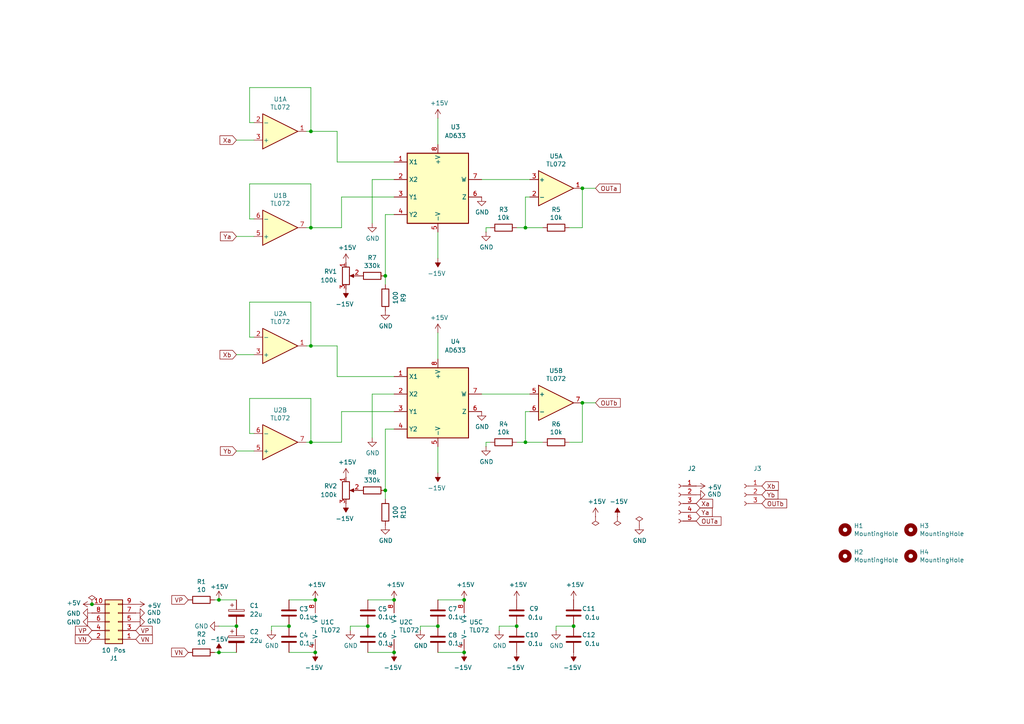
<source format=kicad_sch>
(kicad_sch (version 20231120) (generator "eeschema") (generator_version "8.0")
  (paper "A4")
  (title_block (title "produkt") (date "2021-07-28") (rev "R02") (comment 1 "schema for main pcb") (comment 2 "vca and ringmodulator") (comment 4 "License CC BY 4.0 - Attribution 4.0 International"))
  (lib_symbols
    (symbol "Amplifier_Operational:TL072" (pin_names (offset 0.127))
      (property "Reference" "U" (at 0 5.08 0))
      (property "Value" "TL072" (at 0 -5.08 0))
      (symbol "TL072_1_1"
        (polyline (pts (xy -5.08 5.08) (xy 5.08 0) (xy -5.08 -5.08) (xy -5.08 5.08)) (stroke (width 0.254)) (fill (type background)))
        (pin output line (at 7.62 0 180) (length 2.54) (name "~") (number "1"))
        (pin input line (at -7.62 -2.54 0) (length 2.54) (name "-") (number "2"))
        (pin input line (at -7.62 2.54 0) (length 2.54) (name "+") (number "3"))
      )
      (symbol "TL072_2_1"
        (polyline (pts (xy -5.08 5.08) (xy 5.08 0) (xy -5.08 -5.08) (xy -5.08 5.08)) (stroke (width 0.254)) (fill (type background)))
        (pin input line (at -7.62 2.54 0) (length 2.54) (name "+") (number "5"))
        (pin input line (at -7.62 -2.54 0) (length 2.54) (name "-") (number "6"))
        (pin output line (at 7.62 0 180) (length 2.54) (name "~") (number "7"))
      )
      (symbol "TL072_3_1"
        (pin power_in line (at -2.54 -7.62 90) (length 3.81) (name "V-") (number "4"))
        (pin power_in line (at -2.54 7.62 270) (length 3.81) (name "V+") (number "8"))
      )
    )
    (symbol "Connector:Conn_01x03_Socket" (pin_names (offset 1.016) hide)
      (property "Reference" "J" (at 0 5.08 0))
      (property "Value" "Conn_01x03_Socket" (at 0 -5.08 0))
      (symbol "Conn_01x03_Socket_1_1"
        (arc (start 0 -2.032) (mid -0.5058 -2.54) (end 0 -3.048) (stroke (width 0.1524)))
        (polyline (pts (xy -1.27 -2.54) (xy -0.508 -2.54)) (stroke (width 0.1524)))
        (polyline (pts (xy -1.27 0) (xy -0.508 0)) (stroke (width 0.1524)))
        (polyline (pts (xy -1.27 2.54) (xy -0.508 2.54)) (stroke (width 0.1524)))
        (arc (start 0 0.508) (mid -0.5058 0) (end 0 -0.508) (stroke (width 0.1524)))
        (arc (start 0 3.048) (mid -0.5058 2.54) (end 0 2.032) (stroke (width 0.1524)))
        (pin passive line (at -5.08 2.54 0) (length 3.81) (name "Pin_1") (number "1"))
        (pin passive line (at -5.08 0 0) (length 3.81) (name "Pin_2") (number "2"))
        (pin passive line (at -5.08 -2.54 0) (length 3.81) (name "Pin_3") (number "3"))
      )
    )
    (symbol "Connector:Conn_01x05_Socket" (pin_names (offset 1.016) hide)
      (property "Reference" "J" (at 0 7.62 0))
      (property "Value" "Conn_01x05_Socket" (at 0 -7.62 0))
      (symbol "Conn_01x05_Socket_1_1"
        (arc (start 0 -4.572) (mid -0.5058 -5.08) (end 0 -5.588) (stroke (width 0.1524)))
        (arc (start 0 -2.032) (mid -0.5058 -2.54) (end 0 -3.048) (stroke (width 0.1524)))
        (polyline (pts (xy -1.27 -5.08) (xy -0.508 -5.08)) (stroke (width 0.1524)))
        (polyline (pts (xy -1.27 -2.54) (xy -0.508 -2.54)) (stroke (width 0.1524)))
        (polyline (pts (xy -1.27 0) (xy -0.508 0)) (stroke (width 0.1524)))
        (polyline (pts (xy -1.27 2.54) (xy -0.508 2.54)) (stroke (width 0.1524)))
        (polyline (pts (xy -1.27 5.08) (xy -0.508 5.08)) (stroke (width 0.1524)))
        (arc (start 0 0.508) (mid -0.5058 0) (end 0 -0.508) (stroke (width 0.1524)))
        (arc (start 0 3.048) (mid -0.5058 2.54) (end 0 2.032) (stroke (width 0.1524)))
        (arc (start 0 5.588) (mid -0.5058 5.08) (end 0 4.572) (stroke (width 0.1524)))
        (pin passive line (at -5.08 5.08 0) (length 3.81) (name "Pin_1") (number "1"))
        (pin passive line (at -5.08 2.54 0) (length 3.81) (name "Pin_2") (number "2"))
        (pin passive line (at -5.08 0 0) (length 3.81) (name "Pin_3") (number "3"))
        (pin passive line (at -5.08 -2.54 0) (length 3.81) (name "Pin_4") (number "4"))
        (pin passive line (at -5.08 -5.08 0) (length 3.81) (name "Pin_5") (number "5"))
      )
    )
    (symbol "Connector_Generic:Conn_02x05_Odd_Even" (pin_names (offset 1.016) hide)
      (property "Reference" "J" (at 1.27 7.62 0))
      (property "Value" "Conn_02x05_Odd_Even" (at 1.27 -7.62 0))
      (symbol "Conn_02x05_Odd_Even_1_1"
        (rectangle (start -1.27 -4.953) (end 0 -5.207) (stroke (width 0.1524)))
        (rectangle (start -1.27 -2.413) (end 0 -2.667) (stroke (width 0.1524)))
        (rectangle (start -1.27 0.127) (end 0 -0.127) (stroke (width 0.1524)))
        (rectangle (start -1.27 2.667) (end 0 2.413) (stroke (width 0.1524)))
        (rectangle (start -1.27 5.207) (end 0 4.953) (stroke (width 0.1524)))
        (rectangle (start -1.27 6.35) (end 3.81 -6.35) (stroke (width 0.254)) (fill (type background)))
        (rectangle (start 3.81 -4.953) (end 2.54 -5.207) (stroke (width 0.1524)))
        (rectangle (start 3.81 -2.413) (end 2.54 -2.667) (stroke (width 0.1524)))
        (rectangle (start 3.81 0.127) (end 2.54 -0.127) (stroke (width 0.1524)))
        (rectangle (start 3.81 2.667) (end 2.54 2.413) (stroke (width 0.1524)))
        (rectangle (start 3.81 5.207) (end 2.54 4.953) (stroke (width 0.1524)))
        (pin passive line (at -5.08 5.08 0) (length 3.81) (name "Pin_1") (number "1"))
        (pin passive line (at 7.62 -5.08 180) (length 3.81) (name "Pin_10") (number "10"))
        (pin passive line (at 7.62 5.08 180) (length 3.81) (name "Pin_2") (number "2"))
        (pin passive line (at -5.08 2.54 0) (length 3.81) (name "Pin_3") (number "3"))
        (pin passive line (at 7.62 2.54 180) (length 3.81) (name "Pin_4") (number "4"))
        (pin passive line (at -5.08 0 0) (length 3.81) (name "Pin_5") (number "5"))
        (pin passive line (at 7.62 0 180) (length 3.81) (name "Pin_6") (number "6"))
        (pin passive line (at -5.08 -2.54 0) (length 3.81) (name "Pin_7") (number "7"))
        (pin passive line (at 7.62 -2.54 180) (length 3.81) (name "Pin_8") (number "8"))
        (pin passive line (at -5.08 -5.08 0) (length 3.81) (name "Pin_9") (number "9"))
      )
    )
    (symbol "Device:C" (pin_numbers hide) (pin_names (offset 0.254))
      (property "Reference" "C" (at 0.635 2.54 0))
      (property "Value" "C" (at 0.635 -2.54 0))
      (symbol "C_0_1"
        (polyline (pts (xy -2.032 -0.762) (xy 2.032 -0.762)) (stroke (width 0.508)))
        (polyline (pts (xy -2.032 0.762) (xy 2.032 0.762)) (stroke (width 0.508)))
      )
      (symbol "C_1_1"
        (pin passive line (at 0 3.81 270) (length 2.794) (name "~") (number "1"))
        (pin passive line (at 0 -3.81 90) (length 2.794) (name "~") (number "2"))
      )
    )
    (symbol "Device:C_Polarized" (pin_numbers hide) (pin_names (offset 0.254))
      (property "Reference" "C" (at 0.635 2.54 0))
      (property "Value" "C_Polarized" (at 0.635 -2.54 0))
      (symbol "C_Polarized_0_1"
        (rectangle (start -2.286 0.508) (end 2.286 1.016))
        (polyline (pts (xy -1.778 2.286) (xy -0.762 2.286)))
        (polyline (pts (xy -1.27 2.794) (xy -1.27 1.778)))
        (rectangle (start 2.286 -0.508) (end -2.286 -1.016) (fill (type outline)))
      )
      (symbol "C_Polarized_1_1"
        (pin passive line (at 0 3.81 270) (length 2.794) (name "~") (number "1"))
        (pin passive line (at 0 -3.81 90) (length 2.794) (name "~") (number "2"))
      )
    )
    (symbol "Device:R" (pin_numbers hide) (pin_names (offset 0))
      (property "Reference" "R" (at 2.032 0 90))
      (property "Value" "R" (at 0 0 90))
      (symbol "R_0_1"
        (rectangle (start -1.016 -2.54) (end 1.016 2.54) (stroke (width 0.254)))
      )
      (symbol "R_1_1"
        (pin passive line (at 0 3.81 270) (length 1.27) (name "~") (number "1"))
        (pin passive line (at 0 -3.81 90) (length 1.27) (name "~") (number "2"))
      )
    )
    (symbol "Device:R_Potentiometer" (pin_names (offset 1.016) hide)
      (property "Reference" "RV" (at -4.445 0 90))
      (property "Value" "R_Potentiometer" (at -2.54 0 90))
      (symbol "R_Potentiometer_0_1"
        (polyline (pts (xy 2.54 0) (xy 1.524 0)))
        (polyline (pts (xy 1.143 0) (xy 2.286 0.508) (xy 2.286 -0.508) (xy 1.143 0)) (fill (type outline)))
        (rectangle (start 1.016 2.54) (end -1.016 -2.54) (stroke (width 0.254)))
      )
      (symbol "R_Potentiometer_1_1"
        (pin passive line (at 0 3.81 270) (length 1.27) (name "1") (number "1"))
        (pin passive line (at 3.81 0 180) (length 1.27) (name "2") (number "2"))
        (pin passive line (at 0 -3.81 90) (length 1.27) (name "3") (number "3"))
      )
    )
    (symbol "Mechanical:MountingHole" (pin_names (offset 1.016)) (exclude_from_sim yes) (in_bom no)
      (property "Reference" "H" (at 0 5.08 0))
      (property "Value" "MountingHole" (at 0 3.175 0))
      (symbol "MountingHole_0_1"
        (circle (center 0 0) (radius 1.27) (stroke (width 1.27)))
      )
    )
    (symbol "elektrophon:AD633"
      (property "Reference" "U" (at -10.16 8.89 0))
      (property "Value" "AD633" (at 2.54 8.89 0))
      (symbol "AD633_0_0"
        (pin power_in line (at 0 -15.24 90) (length 2.54) (name "-V") (number "5"))
        (pin power_in line (at 0 10.16 270) (length 2.54) (name "+V") (number "8"))
      )
      (symbol "AD633_0_1"
        (rectangle (start -8.89 -12.7) (end 8.89 7.62) (stroke (width 0.254)) (fill (type background)))
        (rectangle (start -8.89 -12.7) (end 8.89 7.62) (stroke (width 0.254)) (fill (type background)))
      )
      (symbol "AD633_1_1"
        (pin input line (at -12.7 5.08 0) (length 3.81) (name "X1") (number "1"))
        (pin input line (at -12.7 0 0) (length 3.81) (name "X2") (number "2"))
        (pin input line (at -12.7 -5.08 0) (length 3.81) (name "Y1") (number "3"))
        (pin input line (at -12.7 -10.16 0) (length 3.81) (name "Y2") (number "4"))
        (pin input line (at 12.7 -5.08 180) (length 3.81) (name "Z") (number "6"))
        (pin output line (at 12.7 0 180) (length 3.81) (name "W") (number "7"))
      )
    )
    (symbol "power:+15V" (power) (pin_numbers hide) (pin_names (offset 0) hide)
      (property "Value" "+15V" (at 0 3.556 0))
      (symbol "+15V_0_1"
        (polyline (pts (xy -0.762 1.27) (xy 0 2.54)))
        (polyline (pts (xy 0 0) (xy 0 2.54)))
        (polyline (pts (xy 0 2.54) (xy 0.762 1.27)))
      )
      (symbol "+15V_1_1"
        (pin power_in line (at 0 0 90) (length 0) (name "~") (number "1"))
      )
    )
    (symbol "power:+5V" (power) (pin_numbers hide) (pin_names (offset 0) hide)
      (property "Value" "+5V" (at 0 3.556 0))
      (symbol "+5V_0_1"
        (polyline (pts (xy -0.762 1.27) (xy 0 2.54)))
        (polyline (pts (xy 0 0) (xy 0 2.54)))
        (polyline (pts (xy 0 2.54) (xy 0.762 1.27)))
      )
      (symbol "+5V_1_1"
        (pin power_in line (at 0 0 90) (length 0) (name "~") (number "1"))
      )
    )
    (symbol "power:-15V" (power) (pin_numbers hide) (pin_names (offset 0) hide)
      (property "Value" "-15V" (at 0 3.556 0))
      (symbol "-15V_0_0"
        (pin power_in line (at 0 0 90) (length 0) (name "~") (number "1"))
      )
      (symbol "-15V_0_1"
        (polyline (pts (xy 0 0) (xy 0 1.27) (xy 0.762 1.27) (xy 0 2.54) (xy -0.762 1.27) (xy 0 1.27)) (fill (type outline)))
      )
    )
    (symbol "power:GND" (power) (pin_numbers hide) (pin_names (offset 0) hide)
      (property "Value" "GND" (at 0 -3.81 0))
      (symbol "GND_0_1"
        (polyline (pts (xy 0 0) (xy 0 -1.27) (xy 1.27 -1.27) (xy 0 -2.54) (xy -1.27 -1.27) (xy 0 -1.27)))
      )
      (symbol "GND_1_1"
        (pin power_in line (at 0 0 270) (length 0) (name "~") (number "1"))
      )
    )
    (symbol "power:PWR_FLAG" (power) (pin_numbers hide) (pin_names (offset 0) hide)
      (property "Value" "PWR_FLAG" (at 0 3.81 0))
      (symbol "PWR_FLAG_0_0"
        (pin power_out line (at 0 0 90) (length 0) (name "~") (number "1"))
      )
      (symbol "PWR_FLAG_0_1"
        (polyline (pts (xy 0 0) (xy 0 1.27) (xy -1.016 1.905) (xy 0 2.54) (xy 1.016 1.905) (xy 0 1.27)))
      )
    )
  )
  (junction (at 111.76 80.01))
  (junction (at 26.67 175.26))
  (junction (at 91.44 189.23))
  (junction (at 168.91 54.61))
  (junction (at 106.68 181.61))
  (junction (at 68.58 181.61))
  (junction (at 90.17 100.33))
  (junction (at 90.17 66.04))
  (junction (at 152.4 66.04))
  (junction (at 114.3 173.99))
  (junction (at 168.91 116.84))
  (junction (at 134.62 173.99))
  (junction (at 152.4 128.27))
  (junction (at 83.82 181.61))
  (junction (at 90.17 38.1))
  (junction (at 166.37 181.61))
  (junction (at 134.62 189.23))
  (junction (at 149.86 181.61))
  (junction (at 114.3 189.23))
  (junction (at 91.44 173.99))
  (junction (at 63.5 189.23))
  (junction (at 63.5 173.99))
  (junction (at 127 181.61))
  (junction (at 90.17 128.27))
  (junction (at 111.76 142.24))
  (wire (pts (xy 111.76 82.55) (xy 111.76 80.01)))
  (wire (pts (xy 62.23 173.99) (xy 63.5 173.99)))
  (wire (pts (xy 78.74 182.88) (xy 78.74 181.61)))
  (wire (pts (xy 73.66 97.79) (xy 72.39 97.79)))
  (wire (pts (xy 139.7 52.07) (xy 153.67 52.07)))
  (wire (pts (xy 134.62 189.23) (xy 127 189.23)))
  (wire (pts (xy 114.3 109.22) (xy 97.79 109.22)))
  (wire (pts (xy 121.92 182.88) (xy 121.92 181.61)))
  (wire (pts (xy 127 137.16) (xy 127 129.54)))
  (wire (pts (xy 127 173.99) (xy 134.62 173.99)))
  (wire (pts (xy 73.66 125.73) (xy 72.39 125.73)))
  (wire (pts (xy 152.4 128.27) (xy 152.4 119.38)))
  (wire (pts (xy 139.7 114.3) (xy 153.67 114.3)))
  (wire (pts (xy 63.5 173.99) (xy 68.58 173.99)))
  (wire (pts (xy 111.76 62.23) (xy 114.3 62.23)))
  (wire (pts (xy 72.39 115.57) (xy 90.17 115.57)))
  (wire (pts (xy 168.91 128.27) (xy 168.91 116.84)))
  (wire (pts (xy 99.06 119.38) (xy 114.3 119.38)))
  (wire (pts (xy 165.1 128.27) (xy 168.91 128.27)))
  (wire (pts (xy 83.82 173.99) (xy 91.44 173.99)))
  (wire (pts (xy 88.9 66.04) (xy 90.17 66.04)))
  (wire (pts (xy 97.79 109.22) (xy 97.79 100.33)))
  (wire (pts (xy 68.58 130.81) (xy 73.66 130.81)))
  (wire (pts (xy 127 34.29) (xy 127 41.91)))
  (wire (pts (xy 152.4 66.04) (xy 152.4 57.15)))
  (wire (pts (xy 107.95 114.3) (xy 114.3 114.3)))
  (wire (pts (xy 107.95 114.3) (xy 107.95 127)))
  (wire (pts (xy 88.9 100.33) (xy 90.17 100.33)))
  (wire (pts (xy 88.9 128.27) (xy 90.17 128.27)))
  (wire (pts (xy 153.67 119.38) (xy 152.4 119.38)))
  (wire (pts (xy 90.17 128.27) (xy 99.06 128.27)))
  (wire (pts (xy 72.39 35.56) (xy 72.39 25.4)))
  (wire (pts (xy 149.86 66.04) (xy 152.4 66.04)))
  (wire (pts (xy 90.17 25.4) (xy 90.17 38.1)))
  (wire (pts (xy 90.17 38.1) (xy 97.79 38.1)))
  (wire (pts (xy 101.6 182.88) (xy 101.6 181.61)))
  (wire (pts (xy 111.76 80.01) (xy 111.76 62.23)))
  (wire (pts (xy 157.48 66.04) (xy 152.4 66.04)))
  (wire (pts (xy 149.86 128.27) (xy 152.4 128.27)))
  (wire (pts (xy 107.95 52.07) (xy 107.95 64.77)))
  (wire (pts (xy 140.97 67.31) (xy 140.97 66.04)))
  (wire (pts (xy 114.3 46.99) (xy 97.79 46.99)))
  (wire (pts (xy 106.68 173.99) (xy 114.3 173.99)))
  (wire (pts (xy 90.17 115.57) (xy 90.17 128.27)))
  (wire (pts (xy 72.39 25.4) (xy 90.17 25.4)))
  (wire (pts (xy 168.91 116.84) (xy 172.72 116.84)))
  (wire (pts (xy 90.17 100.33) (xy 97.79 100.33)))
  (wire (pts (xy 78.74 181.61) (xy 83.82 181.61)))
  (wire (pts (xy 140.97 129.54) (xy 140.97 128.27)))
  (wire (pts (xy 111.76 124.46) (xy 114.3 124.46)))
  (wire (pts (xy 168.91 54.61) (xy 172.72 54.61)))
  (wire (pts (xy 99.06 57.15) (xy 114.3 57.15)))
  (wire (pts (xy 161.29 181.61) (xy 166.37 181.61)))
  (wire (pts (xy 90.17 53.34) (xy 90.17 66.04)))
  (wire (pts (xy 107.95 52.07) (xy 114.3 52.07)))
  (wire (pts (xy 68.58 181.61) (xy 63.5 181.61)))
  (wire (pts (xy 62.23 189.23) (xy 63.5 189.23)))
  (wire (pts (xy 140.97 66.04) (xy 142.24 66.04)))
  (wire (pts (xy 72.39 125.73) (xy 72.39 115.57)))
  (wire (pts (xy 73.66 63.5) (xy 72.39 63.5)))
  (wire (pts (xy 68.58 40.64) (xy 73.66 40.64)))
  (wire (pts (xy 101.6 181.61) (xy 106.68 181.61)))
  (wire (pts (xy 97.79 46.99) (xy 97.79 38.1)))
  (wire (pts (xy 73.66 35.56) (xy 72.39 35.56)))
  (wire (pts (xy 68.58 102.87) (xy 73.66 102.87)))
  (wire (pts (xy 127 96.52) (xy 127 104.14)))
  (wire (pts (xy 91.44 189.23) (xy 83.82 189.23)))
  (wire (pts (xy 68.58 68.58) (xy 73.66 68.58)))
  (wire (pts (xy 144.78 181.61) (xy 149.86 181.61)))
  (wire (pts (xy 90.17 66.04) (xy 99.06 66.04)))
  (wire (pts (xy 157.48 128.27) (xy 152.4 128.27)))
  (wire (pts (xy 99.06 66.04) (xy 99.06 57.15)))
  (wire (pts (xy 111.76 144.78) (xy 111.76 142.24)))
  (wire (pts (xy 72.39 97.79) (xy 72.39 87.63)))
  (wire (pts (xy 127 74.93) (xy 127 67.31)))
  (wire (pts (xy 114.3 189.23) (xy 106.68 189.23)))
  (wire (pts (xy 72.39 87.63) (xy 90.17 87.63)))
  (wire (pts (xy 63.5 189.23) (xy 68.58 189.23)))
  (wire (pts (xy 90.17 87.63) (xy 90.17 100.33)))
  (wire (pts (xy 99.06 128.27) (xy 99.06 119.38)))
  (wire (pts (xy 121.92 181.61) (xy 127 181.61)))
  (wire (pts (xy 72.39 53.34) (xy 90.17 53.34)))
  (wire (pts (xy 88.9 38.1) (xy 90.17 38.1)))
  (wire (pts (xy 153.67 57.15) (xy 152.4 57.15)))
  (wire (pts (xy 111.76 142.24) (xy 111.76 124.46)))
  (wire (pts (xy 168.91 66.04) (xy 168.91 54.61)))
  (wire (pts (xy 161.29 182.88) (xy 161.29 181.61)))
  (wire (pts (xy 144.78 182.88) (xy 144.78 181.61)))
  (wire (pts (xy 72.39 63.5) (xy 72.39 53.34)))
  (wire (pts (xy 165.1 66.04) (xy 168.91 66.04)))
  (wire (pts (xy 140.97 128.27) (xy 142.24 128.27)))
  (global_label "Xa" (shape input) (at 68.58 40.64 180) (property "Intersheetrefs" "${INTERSHEET_REFS}" (effects (hide yes))))
  (global_label "Ya" (shape input) (at 201.93 148.59 0) (property "Intersheetrefs" "${INTERSHEET_REFS}" (effects (hide yes))))
  (global_label "Xb" (shape input) (at 220.98 140.97 0) (property "Intersheetrefs" "${INTERSHEET_REFS}" (effects (hide yes))))
  (global_label "Yb" (shape input) (at 68.58 130.81 180) (property "Intersheetrefs" "${INTERSHEET_REFS}" (effects (hide yes))))
  (global_label "VP" (shape input) (at 39.37 182.88 0) (property "Intersheetrefs" "${INTERSHEET_REFS}" (effects (hide yes))))
  (global_label "Yb" (shape input) (at 220.98 143.51 0) (property "Intersheetrefs" "${INTERSHEET_REFS}" (effects (hide yes))))
  (global_label "Xb" (shape input) (at 68.58 102.87 180) (property "Intersheetrefs" "${INTERSHEET_REFS}" (effects (hide yes))))
  (global_label "VN" (shape input) (at 39.37 185.42 0) (property "Intersheetrefs" "${INTERSHEET_REFS}" (effects (hide yes))))
  (global_label "OUTb" (shape input) (at 172.72 116.84 0) (property "Intersheetrefs" "${INTERSHEET_REFS}" (effects (hide yes))))
  (global_label "VN" (shape input) (at 54.61 189.23 180) (property "Intersheetrefs" "${INTERSHEET_REFS}" (effects (hide yes))))
  (global_label "OUTb" (shape input) (at 220.98 146.05 0) (property "Intersheetrefs" "${INTERSHEET_REFS}" (effects (hide yes))))
  (global_label "VN" (shape input) (at 26.67 185.42 180) (property "Intersheetrefs" "${INTERSHEET_REFS}" (effects (hide yes))))
  (global_label "VP" (shape input) (at 54.61 173.99 180) (property "Intersheetrefs" "${INTERSHEET_REFS}" (effects (hide yes))))
  (global_label "OUTa" (shape input) (at 172.72 54.61 0) (property "Intersheetrefs" "${INTERSHEET_REFS}" (effects (hide yes))))
  (global_label "VP" (shape input) (at 26.67 182.88 180) (property "Intersheetrefs" "${INTERSHEET_REFS}" (effects (hide yes))))
  (global_label "Ya" (shape input) (at 68.58 68.58 180) (property "Intersheetrefs" "${INTERSHEET_REFS}" (effects (hide yes))))
  (global_label "OUTa" (shape input) (at 201.93 151.13 0) (property "Intersheetrefs" "${INTERSHEET_REFS}" (effects (hide yes))))
  (global_label "Xa" (shape input) (at 201.93 146.05 0) (property "Intersheetrefs" "${INTERSHEET_REFS}" (effects (hide yes))))
  (symbol (lib_id "power:+15V") (at 91.44 173.99 0) (unit 1)
    (property "Reference" "#PWR011" (effects (hide yes)))
    (property "Value" "+15V" (at 91.821 169.5958 0))
    (property "Description" "Power symbol creates a global label with name \"+15V\"" (effects (hide yes)))
  )
  (symbol (lib_id "power:-15V") (at 91.44 189.23 180) (unit 1)
    (property "Reference" "#PWR012" (effects (hide yes)))
    (property "Value" "-15V" (at 91.059 193.6242 0))
    (property "Description" "Power symbol creates a global label with name \"-15V\"" (effects (hide yes)))
  )
  (symbol (lib_id "power:+15V") (at 114.3 173.99 0) (unit 1)
    (property "Reference" "#PWR016" (effects (hide yes)))
    (property "Value" "+15V" (at 114.681 169.5958 0))
    (property "Description" "Power symbol creates a global label with name \"+15V\"" (effects (hide yes)))
  )
  (symbol (lib_id "power:-15V") (at 114.3 189.23 180) (unit 1)
    (property "Reference" "#PWR017" (effects (hide yes)))
    (property "Value" "-15V" (at 113.919 193.6242 0))
    (property "Description" "Power symbol creates a global label with name \"-15V\"" (effects (hide yes)))
  )
  (symbol (lib_id "Device:C") (at 83.82 177.8 0) (unit 1) (exclude_from_sim yes)
    (property "Reference" "C3" (at 86.741 176.6316 0) (effects (justify left)))
    (property "Value" "0.1u" (at 86.741 178.943 0) (effects (justify left)))
    (property "Footprint" "Capacitor_THT:C_Disc_D3.8mm_W2.6mm_P2.50mm" (effects (hide yes)))
    (property "Description" "Unpolarized capacitor" (effects (hide yes)))
    (property "Sim.Device" "SPICE" (effects (hide yes)))
    (property "Sim.Params" "type=\"C\" model=\"0.1u\" lib=\"\"" (effects (hide yes)))
    (property "Sim.Pins" "1=1 2=2" (effects (hide yes)))
  )
  (symbol (lib_id "Device:C") (at 83.82 185.42 0) (unit 1) (exclude_from_sim yes)
    (property "Reference" "C4" (at 86.741 184.2516 0) (effects (justify left)))
    (property "Value" "0.1u" (at 86.741 186.563 0) (effects (justify left)))
    (property "Footprint" "Capacitor_THT:C_Disc_D3.8mm_W2.6mm_P2.50mm" (effects (hide yes)))
    (property "Description" "Unpolarized capacitor" (effects (hide yes)))
    (property "Sim.Device" "SPICE" (effects (hide yes)))
    (property "Sim.Params" "type=\"C\" model=\"0.1u\" lib=\"\"" (effects (hide yes)))
    (property "Sim.Pins" "1=1 2=2" (effects (hide yes)))
  )
  (symbol (lib_id "power:GND") (at 78.74 182.88 0) (unit 1)
    (property "Reference" "#PWR010" (effects (hide yes)))
    (property "Value" "GND" (at 78.867 187.2742 0))
    (property "Description" "Power symbol creates a global label with name \"GND\" , ground" (effects (hide yes)))
  )
  (symbol (lib_id "Device:C") (at 106.68 177.8 0) (unit 1) (exclude_from_sim yes)
    (property "Reference" "C5" (at 109.601 176.6316 0) (effects (justify left)))
    (property "Value" "0.1u" (at 109.601 178.943 0) (effects (justify left)))
    (property "Footprint" "Capacitor_THT:C_Disc_D3.8mm_W2.6mm_P2.50mm" (effects (hide yes)))
    (property "Description" "Unpolarized capacitor" (effects (hide yes)))
    (property "Sim.Device" "SPICE" (effects (hide yes)))
    (property "Sim.Params" "type=\"C\" model=\"0.1u\" lib=\"\"" (effects (hide yes)))
    (property "Sim.Pins" "1=1 2=2" (effects (hide yes)))
  )
  (symbol (lib_id "Device:C") (at 106.68 185.42 0) (unit 1) (exclude_from_sim yes)
    (property "Reference" "C6" (at 109.601 184.2516 0) (effects (justify left)))
    (property "Value" "0.1u" (at 109.601 186.563 0) (effects (justify left)))
    (property "Footprint" "Capacitor_THT:C_Disc_D3.8mm_W2.6mm_P2.50mm" (effects (hide yes)))
    (property "Description" "Unpolarized capacitor" (effects (hide yes)))
    (property "Sim.Device" "SPICE" (effects (hide yes)))
    (property "Sim.Params" "type=\"C\" model=\"0.1u\" lib=\"\"" (effects (hide yes)))
    (property "Sim.Pins" "1=1 2=2" (effects (hide yes)))
  )
  (symbol (lib_id "power:GND") (at 101.6 182.88 0) (unit 1)
    (property "Reference" "#PWR013" (effects (hide yes)))
    (property "Value" "GND" (at 101.727 187.2742 0))
    (property "Description" "Power symbol creates a global label with name \"GND\" , ground" (effects (hide yes)))
  )
  (symbol (lib_id "elektrophon:AD633") (at 127 52.07 0) (unit 1)
    (property "Reference" "U3" (at 132.08 36.83 0))
    (property "Value" "AD633" (at 132.08 39.37 0))
    (property "Footprint" "Package_DIP:DIP-8_W7.62mm" (effects (hide yes)))
    (property "Datasheet" "https://www.analog.com/media/en/technical-documentation/data-sheets/AD633.pdf" (effects (hide yes)))
    (property "Description" "Low Cost Analog Multiplier,  PDIP-8" (effects (hide yes)))
    (property "Sim.Device" "SPICE" (effects (hide yes)))
    (property "Sim.Params" "type=\"X\" model=\"AD633\" lib=\"\"" (effects (hide yes)))
    (property "Sim.Pins" "1=1 2=2 3=3 4=4 5=5 6=6 7=7 8=8" (effects (hide yes)))
  )
  (symbol (lib_id "power:GND") (at 107.95 64.77 0) (unit 1)
    (property "Reference" "#PWR014" (effects (hide yes)))
    (property "Value" "GND" (at 108.077 69.1642 0))
    (property "Description" "Power symbol creates a global label with name \"GND\" , ground" (effects (hide yes)))
  )
  (symbol (lib_id "Device:R") (at 161.29 66.04 270) (unit 1)
    (property "Reference" "R5" (at 161.29 60.7822 90))
    (property "Value" "10k" (at 161.29 63.0936 90))
    (property "Footprint" "Resistor_THT:R_Axial_DIN0204_L3.6mm_D1.6mm_P5.08mm_Horizontal" (effects (hide yes)))
    (property "Description" "Resistor" (effects (hide yes)))
  )
  (symbol (lib_id "Device:R") (at 146.05 66.04 270) (unit 1)
    (property "Reference" "R3" (at 146.05 60.7822 90))
    (property "Value" "10k" (at 146.05 63.0936 90))
    (property "Footprint" "Resistor_THT:R_Axial_DIN0204_L3.6mm_D1.6mm_P5.08mm_Horizontal" (effects (hide yes)))
    (property "Description" "Resistor" (effects (hide yes)))
  )
  (symbol (lib_id "power:GND") (at 140.97 67.31 0) (unit 1)
    (property "Reference" "#PWR025" (effects (hide yes)))
    (property "Value" "GND" (at 141.097 71.7042 0))
    (property "Description" "Power symbol creates a global label with name \"GND\" , ground" (effects (hide yes)))
  )
  (symbol (lib_id "Device:C") (at 149.86 177.8 0) (unit 1) (exclude_from_sim yes)
    (property "Reference" "C9" (at 156.21 176.53 0) (effects (justify right)))
    (property "Value" "0.1u" (at 157.48 179.07 0) (effects (justify right)))
    (property "Footprint" "Capacitor_THT:C_Disc_D3.8mm_W2.6mm_P2.50mm" (effects (hide yes)))
    (property "Description" "Unpolarized capacitor" (effects (hide yes)))
    (property "Sim.Device" "SPICE" (effects (hide yes)))
    (property "Sim.Params" "type=\"C\" model=\"0.1u\" lib=\"\"" (effects (hide yes)))
    (property "Sim.Pins" "1=1 2=2" (effects (hide yes)))
  )
  (symbol (lib_id "Device:C") (at 149.86 185.42 0) (unit 1) (exclude_from_sim yes)
    (property "Reference" "C10" (at 156.21 184.15 0) (effects (justify right)))
    (property "Value" "0.1u" (at 157.48 186.69 0) (effects (justify right)))
    (property "Footprint" "Capacitor_THT:C_Disc_D3.8mm_W2.6mm_P2.50mm" (effects (hide yes)))
    (property "Description" "Unpolarized capacitor" (effects (hide yes)))
    (property "Sim.Device" "SPICE" (effects (hide yes)))
    (property "Sim.Params" "type=\"C\" model=\"0.1u\" lib=\"\"" (effects (hide yes)))
    (property "Sim.Pins" "1=1 2=2" (effects (hide yes)))
  )
  (symbol (lib_id "power:+15V") (at 127 34.29 0) (unit 1)
    (property "Reference" "#PWR019" (effects (hide yes)))
    (property "Value" "+15V" (at 127.381 29.8958 0))
    (property "Description" "Power symbol creates a global label with name \"+15V\"" (effects (hide yes)))
  )
  (symbol (lib_id "power:-15V") (at 127 74.93 180) (unit 1)
    (property "Reference" "#PWR020" (effects (hide yes)))
    (property "Value" "-15V" (at 126.619 79.3242 0))
    (property "Description" "Power symbol creates a global label with name \"-15V\"" (effects (hide yes)))
  )
  (symbol (lib_id "power:-15V") (at 63.5 189.23 0) (unit 1)
    (property "Reference" "#PWR09" (effects (hide yes)))
    (property "Value" "-15V" (at 60.96 185.42 0) (effects (justify left)))
    (property "Description" "Power symbol creates a global label with name \"-15V\"" (effects (hide yes)))
  )
  (symbol (lib_id "power:+5V") (at 39.37 175.26 270) (unit 1)
    (property "Reference" "#PWR04" (effects (hide yes)))
    (property "Value" "+5V" (at 42.6212 175.641 90) (effects (justify left)))
    (property "Description" "Power symbol creates a global label with name \"+5V\"" (effects (hide yes)))
  )
  (symbol (lib_id "power:GND") (at 144.78 182.88 0) (unit 1)
    (property "Reference" "#PWR027" (effects (hide yes)))
    (property "Value" "GND" (at 144.907 187.2742 0))
    (property "Description" "Power symbol creates a global label with name \"GND\" , ground" (effects (hide yes)))
  )
  (symbol (lib_id "power:-15V") (at 149.86 189.23 180) (unit 1)
    (property "Reference" "#PWR029" (effects (hide yes)))
    (property "Value" "-15V" (at 149.479 193.6242 0))
    (property "Description" "Power symbol creates a global label with name \"-15V\"" (effects (hide yes)))
  )
  (symbol (lib_id "power:+15V") (at 149.86 173.99 0) (unit 1)
    (property "Reference" "#PWR028" (effects (hide yes)))
    (property "Value" "+15V" (at 150.241 169.5958 0))
    (property "Description" "Power symbol creates a global label with name \"+15V\"" (effects (hide yes)))
  )
  (symbol (lib_id "Mechanical:MountingHole") (at 245.11 161.29 0) (unit 1)
    (property "Reference" "H2" (at 247.65 160.1216 0) (effects (justify left)))
    (property "Value" "MountingHole" (at 247.65 162.433 0) (effects (justify left)))
    (property "Footprint" "MountingHole:MountingHole_2.2mm_M2" (effects (hide yes)))
    (property "Description" "Mounting Hole without connection" (effects (hide yes)))
  )
  (symbol (lib_id "power:GND") (at 26.67 180.34 270) (unit 1)
    (property "Reference" "#PWR03" (effects (hide yes)))
    (property "Value" "GND" (at 23.4188 180.467 90) (effects (justify right)))
    (property "Description" "Power symbol creates a global label with name \"GND\" , ground" (effects (hide yes)))
  )
  (symbol (lib_id "power:+15V") (at 172.72 149.86 0) (unit 1)
    (property "Reference" "#PWR033" (effects (hide yes)))
    (property "Value" "+15V" (at 173.101 145.4658 0))
    (property "Description" "Power symbol creates a global label with name \"+15V\"" (effects (hide yes)))
  )
  (symbol (lib_id "power:GND") (at 185.42 152.4 0) (unit 1)
    (property "Reference" "#PWR035" (effects (hide yes)))
    (property "Value" "GND" (at 185.547 156.7942 0))
    (property "Description" "Power symbol creates a global label with name \"GND\" , ground" (effects (hide yes)))
  )
  (symbol (lib_id "Device:R") (at 58.42 173.99 270) (unit 1) (exclude_from_sim yes)
    (property "Reference" "R1" (at 58.42 168.7322 90))
    (property "Value" "10" (at 58.42 171.0436 90))
    (property "Footprint" "Resistor_THT:R_Axial_DIN0204_L3.6mm_D1.6mm_P5.08mm_Horizontal" (effects (hide yes)))
    (property "Description" "Resistor" (effects (hide yes)))
    (property "Sim.Device" "SPICE" (effects (hide yes)))
    (property "Sim.Params" "type=\"R\" model=\"10\" lib=\"\"" (effects (hide yes)))
    (property "Sim.Pins" "1=1 2=2" (effects (hide yes)))
  )
  (symbol (lib_id "power:PWR_FLAG") (at 26.67 175.26 0) (unit 1)
    (property "Reference" "#FLG01" (effects (hide yes)))
    (property "Value" "PWR_FLAG" (effects (hide yes)))
    (property "Description" "Special symbol for telling ERC where power comes from" (effects (hide yes)))
  )
  (symbol (lib_id "power:GND") (at 63.5 181.61 270) (unit 1)
    (property "Reference" "#PWR08" (effects (hide yes)))
    (property "Value" "GND" (at 58.42 181.61 90))
    (property "Description" "Power symbol creates a global label with name \"GND\" , ground" (effects (hide yes)))
  )
  (symbol (lib_id "power:GND") (at 26.67 177.8 270) (unit 1)
    (property "Reference" "#PWR02" (effects (hide yes)))
    (property "Value" "GND" (at 23.4188 177.927 90) (effects (justify right)))
    (property "Description" "Power symbol creates a global label with name \"GND\" , ground" (effects (hide yes)))
  )
  (symbol (lib_id "power:-15V") (at 179.07 149.86 0) (unit 1)
    (property "Reference" "#PWR034" (effects (hide yes)))
    (property "Value" "-15V" (at 179.451 145.4658 0))
    (property "Description" "Power symbol creates a global label with name \"-15V\"" (effects (hide yes)))
  )
  (symbol (lib_id "power:GND") (at 39.37 180.34 90) (unit 1)
    (property "Reference" "#PWR06" (effects (hide yes)))
    (property "Value" "GND" (at 42.6212 180.213 90) (effects (justify right)))
    (property "Description" "Power symbol creates a global label with name \"GND\" , ground" (effects (hide yes)))
  )
  (symbol (lib_id "Device:R") (at 58.42 189.23 270) (unit 1) (exclude_from_sim yes)
    (property "Reference" "R2" (at 58.42 183.9722 90))
    (property "Value" "10" (at 58.42 186.2836 90))
    (property "Footprint" "Resistor_THT:R_Axial_DIN0204_L3.6mm_D1.6mm_P5.08mm_Horizontal" (effects (hide yes)))
    (property "Description" "Resistor" (effects (hide yes)))
    (property "Sim.Device" "SPICE" (effects (hide yes)))
    (property "Sim.Params" "type=\"R\" model=\"10\" lib=\"\"" (effects (hide yes)))
    (property "Sim.Pins" "1=1 2=2" (effects (hide yes)))
  )
  (symbol (lib_id "power:GND") (at 39.37 177.8 90) (unit 1)
    (property "Reference" "#PWR05" (effects (hide yes)))
    (property "Value" "GND" (at 42.6212 177.673 90) (effects (justify right)))
    (property "Description" "Power symbol creates a global label with name \"GND\" , ground" (effects (hide yes)))
  )
  (symbol (lib_id "Mechanical:MountingHole") (at 264.16 153.67 0) (unit 1)
    (property "Reference" "H3" (at 266.7 152.5016 0) (effects (justify left)))
    (property "Value" "MountingHole" (at 266.7 154.813 0) (effects (justify left)))
    (property "Footprint" "MountingHole:MountingHole_2.2mm_M2" (effects (hide yes)))
    (property "Description" "Mounting Hole without connection" (effects (hide yes)))
  )
  (symbol (lib_id "Mechanical:MountingHole") (at 264.16 161.29 0) (unit 1)
    (property "Reference" "H4" (at 266.7 160.1216 0) (effects (justify left)))
    (property "Value" "MountingHole" (at 266.7 162.433 0) (effects (justify left)))
    (property "Footprint" "MountingHole:MountingHole_2.2mm_M2" (effects (hide yes)))
    (property "Description" "Mounting Hole without connection" (effects (hide yes)))
  )
  (symbol (lib_id "elektrophon:AD633") (at 127 114.3 0) (unit 1)
    (property "Reference" "U4" (at 132.08 99.06 0))
    (property "Value" "AD633" (at 132.08 101.6 0))
    (property "Footprint" "Package_DIP:DIP-8_W7.62mm" (effects (hide yes)))
    (property "Datasheet" "https://www.analog.com/media/en/technical-documentation/data-sheets/AD633.pdf" (effects (hide yes)))
    (property "Description" "Low Cost Analog Multiplier,  PDIP-8" (effects (hide yes)))
    (property "Sim.Device" "SPICE" (effects (hide yes)))
    (property "Sim.Params" "type=\"X\" model=\"AD633\" lib=\"\"" (effects (hide yes)))
    (property "Sim.Pins" "1=1 2=2 3=3 4=4 5=5 6=6 7=7 8=8" (effects (hide yes)))
  )
  (symbol (lib_id "power:GND") (at 107.95 127 0) (unit 1)
    (property "Reference" "#PWR015" (effects (hide yes)))
    (property "Value" "GND" (at 108.077 131.3942 0))
    (property "Description" "Power symbol creates a global label with name \"GND\" , ground" (effects (hide yes)))
  )
  (symbol (lib_id "power:+15V") (at 127 96.52 0) (unit 1)
    (property "Reference" "#PWR021" (effects (hide yes)))
    (property "Value" "+15V" (at 127.381 92.1258 0))
    (property "Description" "Power symbol creates a global label with name \"+15V\"" (effects (hide yes)))
  )
  (symbol (lib_id "power:-15V") (at 127 137.16 180) (unit 1)
    (property "Reference" "#PWR022" (effects (hide yes)))
    (property "Value" "-15V" (at 126.619 141.5542 0))
    (property "Description" "Power symbol creates a global label with name \"-15V\"" (effects (hide yes)))
  )
  (symbol (lib_id "Device:R") (at 161.29 128.27 270) (unit 1)
    (property "Reference" "R6" (at 161.29 123.0122 90))
    (property "Value" "10k" (at 161.29 125.3236 90))
    (property "Footprint" "Resistor_THT:R_Axial_DIN0204_L3.6mm_D1.6mm_P5.08mm_Horizontal" (effects (hide yes)))
    (property "Description" "Resistor" (effects (hide yes)))
  )
  (symbol (lib_id "Device:R") (at 146.05 128.27 270) (unit 1)
    (property "Reference" "R4" (at 146.05 123.0122 90))
    (property "Value" "10k" (at 146.05 125.3236 90))
    (property "Footprint" "Resistor_THT:R_Axial_DIN0204_L3.6mm_D1.6mm_P5.08mm_Horizontal" (effects (hide yes)))
    (property "Description" "Resistor" (effects (hide yes)))
  )
  (symbol (lib_id "power:GND") (at 140.97 129.54 0) (unit 1)
    (property "Reference" "#PWR026" (effects (hide yes)))
    (property "Value" "GND" (at 141.097 133.9342 0))
    (property "Description" "Power symbol creates a global label with name \"GND\" , ground" (effects (hide yes)))
  )
  (symbol (lib_id "power:+15V") (at 166.37 173.99 0) (unit 1)
    (property "Reference" "#PWR031" (effects (hide yes)))
    (property "Value" "+15V" (at 166.751 169.5958 0))
    (property "Description" "Power symbol creates a global label with name \"+15V\"" (effects (hide yes)))
  )
  (symbol (lib_id "power:-15V") (at 166.37 189.23 180) (unit 1)
    (property "Reference" "#PWR032" (effects (hide yes)))
    (property "Value" "-15V" (at 165.989 193.6242 0))
    (property "Description" "Power symbol creates a global label with name \"-15V\"" (effects (hide yes)))
  )
  (symbol (lib_id "power:GND") (at 161.29 182.88 0) (unit 1)
    (property "Reference" "#PWR030" (effects (hide yes)))
    (property "Value" "GND" (at 161.417 187.2742 0))
    (property "Description" "Power symbol creates a global label with name \"GND\" , ground" (effects (hide yes)))
  )
  (symbol (lib_id "Device:C") (at 166.37 185.42 0) (unit 1) (exclude_from_sim yes)
    (property "Reference" "C12" (at 172.72 184.15 0) (effects (justify right)))
    (property "Value" "0.1u" (at 173.99 186.69 0) (effects (justify right)))
    (property "Footprint" "Capacitor_THT:C_Disc_D3.8mm_W2.6mm_P2.50mm" (effects (hide yes)))
    (property "Description" "Unpolarized capacitor" (effects (hide yes)))
    (property "Sim.Device" "SPICE" (effects (hide yes)))
    (property "Sim.Params" "type=\"C\" model=\"0.1u\" lib=\"\"" (effects (hide yes)))
    (property "Sim.Pins" "1=1 2=2" (effects (hide yes)))
  )
  (symbol (lib_id "Device:C") (at 166.37 177.8 0) (unit 1) (exclude_from_sim yes)
    (property "Reference" "C11" (at 172.72 176.53 0) (effects (justify right)))
    (property "Value" "0.1u" (at 173.99 179.07 0) (effects (justify right)))
    (property "Footprint" "Capacitor_THT:C_Disc_D3.8mm_W2.6mm_P2.50mm" (effects (hide yes)))
    (property "Description" "Unpolarized capacitor" (effects (hide yes)))
    (property "Sim.Device" "SPICE" (effects (hide yes)))
    (property "Sim.Params" "type=\"C\" model=\"0.1u\" lib=\"\"" (effects (hide yes)))
    (property "Sim.Pins" "1=1 2=2" (effects (hide yes)))
  )
  (symbol (lib_id "power:GND") (at 201.93 143.51 90) (unit 1)
    (property "Reference" "#PWR037" (effects (hide yes)))
    (property "Value" "GND" (at 205.1812 143.383 90) (effects (justify right)))
    (property "Description" "Power symbol creates a global label with name \"GND\" , ground" (effects (hide yes)))
  )
  (symbol (lib_id "power:GND") (at 121.92 182.88 0) (unit 1)
    (property "Reference" "#PWR018" (effects (hide yes)))
    (property "Value" "GND" (at 122.047 187.2742 0))
    (property "Description" "Power symbol creates a global label with name \"GND\" , ground" (effects (hide yes)))
  )
  (symbol (lib_id "Device:C") (at 127 185.42 0) (unit 1) (exclude_from_sim yes)
    (property "Reference" "C8" (at 129.921 184.2516 0) (effects (justify left)))
    (property "Value" "0.1u" (at 129.921 186.563 0) (effects (justify left)))
    (property "Footprint" "Capacitor_THT:C_Disc_D3.8mm_W2.6mm_P2.50mm" (effects (hide yes)))
    (property "Description" "Unpolarized capacitor" (effects (hide yes)))
    (property "Sim.Device" "SPICE" (effects (hide yes)))
    (property "Sim.Params" "type=\"C\" model=\"0.1u\" lib=\"\"" (effects (hide yes)))
    (property "Sim.Pins" "1=1 2=2" (effects (hide yes)))
  )
  (symbol (lib_id "Device:C") (at 127 177.8 0) (unit 1) (exclude_from_sim yes)
    (property "Reference" "C7" (at 129.921 176.6316 0) (effects (justify left)))
    (property "Value" "0.1u" (at 129.921 178.943 0) (effects (justify left)))
    (property "Footprint" "Capacitor_THT:C_Disc_D3.8mm_W2.6mm_P2.50mm" (effects (hide yes)))
    (property "Description" "Unpolarized capacitor" (effects (hide yes)))
    (property "Sim.Device" "SPICE" (effects (hide yes)))
    (property "Sim.Params" "type=\"C\" model=\"0.1u\" lib=\"\"" (effects (hide yes)))
    (property "Sim.Pins" "1=1 2=2" (effects (hide yes)))
  )
  (symbol (lib_id "power:-15V") (at 134.62 189.23 180) (unit 1)
    (property "Reference" "#PWR024" (effects (hide yes)))
    (property "Value" "-15V" (at 134.239 193.6242 0))
    (property "Description" "Power symbol creates a global label with name \"-15V\"" (effects (hide yes)))
  )
  (symbol (lib_id "power:+15V") (at 134.62 173.99 0) (unit 1)
    (property "Reference" "#PWR023" (effects (hide yes)))
    (property "Value" "+15V" (at 135.001 169.5958 0))
    (property "Description" "Power symbol creates a global label with name \"+15V\"" (effects (hide yes)))
  )
  (symbol (lib_id "power:PWR_FLAG") (at 185.42 152.4 0) (unit 1)
    (property "Reference" "#FLG04" (effects (hide yes)))
    (property "Value" "PWR_FLAG" (effects (hide yes)))
    (property "Description" "Special symbol for telling ERC where power comes from" (effects (hide yes)))
  )
  (symbol (lib_id "power:+5V") (at 201.93 140.97 270) (unit 1)
    (property "Reference" "#PWR036" (effects (hide yes)))
    (property "Value" "+5V" (at 205.1812 141.351 90) (effects (justify left)))
    (property "Description" "Power symbol creates a global label with name \"+5V\"" (effects (hide yes)))
  )
  (symbol (lib_id "power:GND") (at 139.7 57.15 0) (unit 1)
    (property "Reference" "#PWR0101" (effects (hide yes)))
    (property "Value" "GND" (at 139.827 61.5442 0))
    (property "Description" "Power symbol creates a global label with name \"GND\" , ground" (effects (hide yes)))
  )
  (symbol (lib_id "power:GND") (at 139.7 119.38 0) (unit 1)
    (property "Reference" "#PWR0102" (effects (hide yes)))
    (property "Value" "GND" (at 139.827 123.7742 0))
    (property "Description" "Power symbol creates a global label with name \"GND\" , ground" (effects (hide yes)))
  )
  (symbol (lib_id "power:+15V") (at 100.33 138.43 0) (unit 1)
    (property "Reference" "#PWR040" (effects (hide yes)))
    (property "Value" "+15V" (at 100.711 134.0358 0))
    (property "Description" "Power symbol creates a global label with name \"+15V\"" (effects (hide yes)))
  )
  (symbol (lib_id "power:-15V") (at 100.33 146.05 180) (unit 1)
    (property "Reference" "#PWR041" (effects (hide yes)))
    (property "Value" "-15V" (at 99.949 150.4442 0))
    (property "Description" "Power symbol creates a global label with name \"-15V\"" (effects (hide yes)))
  )
  (symbol (lib_id "Device:R") (at 107.95 142.24 270) (unit 1)
    (property "Reference" "R8" (at 107.95 136.9822 90))
    (property "Value" "330k" (at 107.95 139.2936 90))
    (property "Footprint" "Resistor_THT:R_Axial_DIN0204_L3.6mm_D1.6mm_P5.08mm_Horizontal" (effects (hide yes)))
    (property "Description" "Resistor" (effects (hide yes)))
  )
  (symbol (lib_id "Device:R") (at 111.76 148.59 180) (unit 1)
    (property "Reference" "R10" (at 117.0178 148.59 90))
    (property "Value" "100" (at 114.7064 148.59 90))
    (property "Footprint" "Resistor_THT:R_Axial_DIN0204_L3.6mm_D1.6mm_P5.08mm_Horizontal" (effects (hide yes)))
    (property "Description" "Resistor" (effects (hide yes)))
  )
  (symbol (lib_id "power:GND") (at 111.76 152.4 0) (unit 1)
    (property "Reference" "#PWR043" (effects (hide yes)))
    (property "Value" "GND" (at 111.887 156.7942 0))
    (property "Description" "Power symbol creates a global label with name \"GND\" , ground" (effects (hide yes)))
  )
  (symbol (lib_id "power:+15V") (at 100.33 76.2 0) (unit 1)
    (property "Reference" "#PWR038" (effects (hide yes)))
    (property "Value" "+15V" (at 100.711 71.8058 0))
    (property "Description" "Power symbol creates a global label with name \"+15V\"" (effects (hide yes)))
  )
  (symbol (lib_id "power:-15V") (at 100.33 83.82 180) (unit 1)
    (property "Reference" "#PWR039" (effects (hide yes)))
    (property "Value" "-15V" (at 99.949 88.2142 0))
    (property "Description" "Power symbol creates a global label with name \"-15V\"" (effects (hide yes)))
  )
  (symbol (lib_id "Device:R") (at 107.95 80.01 270) (unit 1)
    (property "Reference" "R7" (at 107.95 74.7522 90))
    (property "Value" "330k" (at 107.95 77.0636 90))
    (property "Footprint" "Resistor_THT:R_Axial_DIN0204_L3.6mm_D1.6mm_P5.08mm_Horizontal" (effects (hide yes)))
    (property "Description" "Resistor" (effects (hide yes)))
  )
  (symbol (lib_id "Device:R") (at 111.76 86.36 180) (unit 1)
    (property "Reference" "R9" (at 117.0178 86.36 90))
    (property "Value" "100" (at 114.7064 86.36 90))
    (property "Footprint" "Resistor_THT:R_Axial_DIN0204_L3.6mm_D1.6mm_P5.08mm_Horizontal" (effects (hide yes)))
    (property "Description" "Resistor" (effects (hide yes)))
  )
  (symbol (lib_id "power:GND") (at 111.76 90.17 0) (unit 1)
    (property "Reference" "#PWR042" (effects (hide yes)))
    (property "Value" "GND" (at 111.887 94.5642 0))
    (property "Description" "Power symbol creates a global label with name \"GND\" , ground" (effects (hide yes)))
  )
  (symbol (lib_id "power:PWR_FLAG") (at 172.72 149.86 180) (unit 1)
    (property "Reference" "#FLG02" (effects (hide yes)))
    (property "Value" "PWR_FLAG" (effects (hide yes)))
    (property "Description" "Special symbol for telling ERC where power comes from" (effects (hide yes)))
  )
  (symbol (lib_id "power:PWR_FLAG") (at 179.07 149.86 180) (unit 1)
    (property "Reference" "#FLG03" (effects (hide yes)))
    (property "Value" "PWR_FLAG" (effects (hide yes)))
    (property "Description" "Special symbol for telling ERC where power comes from" (effects (hide yes)))
  )
  (symbol (lib_id "power:+15V") (at 63.5 173.99 0) (unit 1)
    (property "Reference" "#PWR07" (effects (hide yes)))
    (property "Value" "+15V" (at 60.96 170.18 0) (effects (justify left)))
    (property "Description" "Power symbol creates a global label with name \"+15V\"" (effects (hide yes)))
  )
  (symbol (lib_id "Connector_Generic:Conn_02x05_Odd_Even") (at 34.29 180.34 180) (unit 1) (exclude_from_sim yes)
    (property "Reference" "J1" (at 33.02 190.9318 0))
    (property "Value" "10 Pos" (at 33.02 188.6204 0))
    (property "Footprint" "Connector_IDC:IDC-Header_2x05_P2.54mm_Vertical" (effects (hide yes)))
    (property "Description" "Generic connector, double row, 02x05, odd/even pin numbering scheme (row 1 odd numbers, row 2 even numbers), script generated (kicad-library-utils/schlib/autogen/connector/)" (effects (hide yes)))
    (property "Sim.Device" "SPICE" (effects (hide yes)))
    (property "Sim.Params" "type=\"J\" model=\"IDC Header\" lib=\"\"" (effects (hide yes)))
    (property "Sim.Pins" "1=1 2=2 3=3 4=4 5=5 6=6 7=7 8=8 9=9 10=10" (effects (hide yes)))
  )
  (symbol (lib_id "power:+5V") (at 26.67 175.26 90) (unit 1)
    (property "Reference" "#PWR01" (effects (hide yes)))
    (property "Value" "+5V" (at 23.4188 174.879 90) (effects (justify left)))
    (property "Description" "Power symbol creates a global label with name \"+5V\"" (effects (hide yes)))
  )
  (symbol (lib_id "Mechanical:MountingHole") (at 245.11 153.67 0) (unit 1)
    (property "Reference" "H1" (at 247.65 152.5016 0) (effects (justify left)))
    (property "Value" "MountingHole" (at 247.65 154.813 0) (effects (justify left)))
    (property "Footprint" "MountingHole:MountingHole_2.2mm_M2" (effects (hide yes)))
    (property "Description" "Mounting Hole without connection" (effects (hide yes)))
  )
  (symbol (lib_id "Amplifier_Operational:TL072") (at 81.28 38.1 0) (mirror x) (unit 1)
    (property "Reference" "U1" (at 81.28 28.7782 0))
    (property "Value" "TL072" (at 81.28 31.0896 0))
    (property "Footprint" "Package_DIP:DIP-8_W7.62mm_Socket" (effects (hide yes)))
    (property "Datasheet" "http://www.ti.com/lit/ds/symlink/tl071.pdf" (effects (hide yes)))
    (property "Description" "Dual Low-Noise JFET-Input Operational Amplifiers, DIP-8/SOIC-8" (effects (hide yes)))
  )
  (symbol (lib_id "Amplifier_Operational:TL072") (at 81.28 66.04 0) (mirror x) (unit 2)
    (property "Reference" "U1" (at 81.28 56.7182 0))
    (property "Value" "TL072" (at 81.28 59.0296 0))
    (property "Footprint" "Package_DIP:DIP-8_W7.62mm_Socket" (effects (hide yes)))
    (property "Datasheet" "http://www.ti.com/lit/ds/symlink/tl071.pdf" (effects (hide yes)))
    (property "Description" "Dual Low-Noise JFET-Input Operational Amplifiers, DIP-8/SOIC-8" (effects (hide yes)))
  )
  (symbol (lib_id "Amplifier_Operational:TL072") (at 81.28 100.33 0) (mirror x) (unit 1)
    (property "Reference" "U2" (at 81.28 91.0082 0))
    (property "Value" "TL072" (at 81.28 93.3196 0))
    (property "Footprint" "Package_DIP:DIP-8_W7.62mm_Socket" (effects (hide yes)))
    (property "Datasheet" "http://www.ti.com/lit/ds/symlink/tl071.pdf" (effects (hide yes)))
    (property "Description" "Dual Low-Noise JFET-Input Operational Amplifiers, DIP-8/SOIC-8" (effects (hide yes)))
  )
  (symbol (lib_id "Amplifier_Operational:TL072") (at 81.28 128.27 0) (mirror x) (unit 2)
    (property "Reference" "U2" (at 81.28 118.9482 0))
    (property "Value" "TL072" (at 81.28 121.2596 0))
    (property "Footprint" "Package_DIP:DIP-8_W7.62mm_Socket" (effects (hide yes)))
    (property "Datasheet" "http://www.ti.com/lit/ds/symlink/tl071.pdf" (effects (hide yes)))
    (property "Description" "Dual Low-Noise JFET-Input Operational Amplifiers, DIP-8/SOIC-8" (effects (hide yes)))
  )
  (symbol (lib_id "Amplifier_Operational:TL072") (at 161.29 116.84 0) (unit 2)
    (property "Reference" "U5" (at 161.29 107.5182 0))
    (property "Value" "TL072" (at 161.29 109.8296 0))
    (property "Footprint" "Package_DIP:DIP-8_W7.62mm_Socket" (effects (hide yes)))
    (property "Datasheet" "http://www.ti.com/lit/ds/symlink/tl071.pdf" (effects (hide yes)))
    (property "Description" "Dual Low-Noise JFET-Input Operational Amplifiers, DIP-8/SOIC-8" (effects (hide yes)))
  )
  (symbol (lib_id "Amplifier_Operational:TL072") (at 161.29 54.61 0) (unit 1)
    (property "Reference" "U5" (at 161.29 45.2882 0))
    (property "Value" "TL072" (at 161.29 47.5996 0))
    (property "Footprint" "Package_DIP:DIP-8_W7.62mm_Socket" (effects (hide yes)))
    (property "Datasheet" "http://www.ti.com/lit/ds/symlink/tl071.pdf" (effects (hide yes)))
    (property "Description" "Dual Low-Noise JFET-Input Operational Amplifiers, DIP-8/SOIC-8" (effects (hide yes)))
  )
  (symbol (lib_id "Amplifier_Operational:TL072") (at 93.98 181.61 0) (unit 3)
    (property "Reference" "U1" (at 92.9132 180.4416 0) (effects (justify left)))
    (property "Value" "TL072" (at 92.9132 182.753 0) (effects (justify left)))
    (property "Footprint" "Package_DIP:DIP-8_W7.62mm_Socket" (effects (hide yes)))
    (property "Datasheet" "http://www.ti.com/lit/ds/symlink/tl071.pdf" (effects (hide yes)))
    (property "Description" "Dual Low-Noise JFET-Input Operational Amplifiers, DIP-8/SOIC-8" (effects (hide yes)))
  )
  (symbol (lib_id "Amplifier_Operational:TL072") (at 116.84 181.61 0) (unit 3)
    (property "Reference" "U2" (at 115.7732 180.4416 0) (effects (justify left)))
    (property "Value" "TL072" (at 115.7732 182.753 0) (effects (justify left)))
    (property "Footprint" "Package_DIP:DIP-8_W7.62mm_Socket" (effects (hide yes)))
    (property "Datasheet" "http://www.ti.com/lit/ds/symlink/tl071.pdf" (effects (hide yes)))
    (property "Description" "Dual Low-Noise JFET-Input Operational Amplifiers, DIP-8/SOIC-8" (effects (hide yes)))
  )
  (symbol (lib_id "Amplifier_Operational:TL072") (at 137.16 181.61 0) (unit 3)
    (property "Reference" "U5" (at 136.0932 180.4416 0) (effects (justify left)))
    (property "Value" "TL072" (at 136.0932 182.753 0) (effects (justify left)))
    (property "Footprint" "Package_DIP:DIP-8_W7.62mm_Socket" (effects (hide yes)))
    (property "Datasheet" "http://www.ti.com/lit/ds/symlink/tl071.pdf" (effects (hide yes)))
    (property "Description" "Dual Low-Noise JFET-Input Operational Amplifiers, DIP-8/SOIC-8" (effects (hide yes)))
  )
  (symbol (lib_id "Connector:Conn_01x05_Socket") (at 196.85 146.05 0) (mirror y) (unit 1)
    (property "Reference" "J2" (at 200.66 135.89 0))
    (property "Value" "01x05 Female" (effects (hide yes)))
    (property "Footprint" "Connector_PinSocket_2.54mm:PinSocket_1x05_P2.54mm_Vertical" (effects (hide yes)))
    (property "Description" "Generic connector, single row, 01x05, script generated" (effects (hide yes)))
  )
  (symbol (lib_id "Connector:Conn_01x03_Socket") (at 215.9 143.51 0) (mirror y) (unit 1)
    (property "Reference" "J3" (at 219.71 135.89 0))
    (property "Value" "01x03 Female" (effects (hide yes)))
    (property "Footprint" "Connector_PinSocket_2.54mm:PinSocket_1x03_P2.54mm_Vertical" (effects (hide yes)))
    (property "Description" "Generic connector, single row, 01x03, script generated" (effects (hide yes)))
  )
  (symbol (lib_id "Device:R_Potentiometer") (at 100.33 142.24 0) (unit 1)
    (property "Reference" "RV2" (at 97.79 140.9699 0) (effects (justify right)))
    (property "Value" "100k" (at 97.79 143.5099 0) (effects (justify right)))
    (property "Footprint" "Potentiometer_THT:Potentiometer_Bourns_3386P_Vertical" (effects (hide yes)))
    (property "Description" "Potentiometer" (effects (hide yes)))
  )
  (symbol (lib_id "Device:C_Polarized") (at 68.58 185.42 0) (unit 1)
    (property "Reference" "C2" (at 72.39 183.2609 0) (effects (justify left)))
    (property "Value" "22u" (at 72.39 185.8009 0) (effects (justify left)))
    (property "Footprint" "Capacitor_THT:CP_Radial_D6.3mm_P2.50mm" (effects (hide yes)))
    (property "Description" "Polarized capacitor" (effects (hide yes)))
  )
  (symbol (lib_id "Device:R_Potentiometer") (at 100.33 80.01 0) (unit 1)
    (property "Reference" "RV1" (at 97.79 78.7399 0) (effects (justify right)))
    (property "Value" "100k" (at 97.79 81.2799 0) (effects (justify right)))
    (property "Footprint" "Potentiometer_THT:Potentiometer_Bourns_3386P_Vertical" (effects (hide yes)))
    (property "Description" "Potentiometer" (effects (hide yes)))
  )
  (symbol (lib_id "Device:C_Polarized") (at 68.58 177.8 0) (unit 1)
    (property "Reference" "C1" (at 72.39 175.6409 0) (effects (justify left)))
    (property "Value" "22u" (at 72.39 178.1809 0) (effects (justify left)))
    (property "Footprint" "Capacitor_THT:CP_Radial_D6.3mm_P2.50mm" (effects (hide yes)))
    (property "Description" "Polarized capacitor" (effects (hide yes)))
  )
)
</source>
